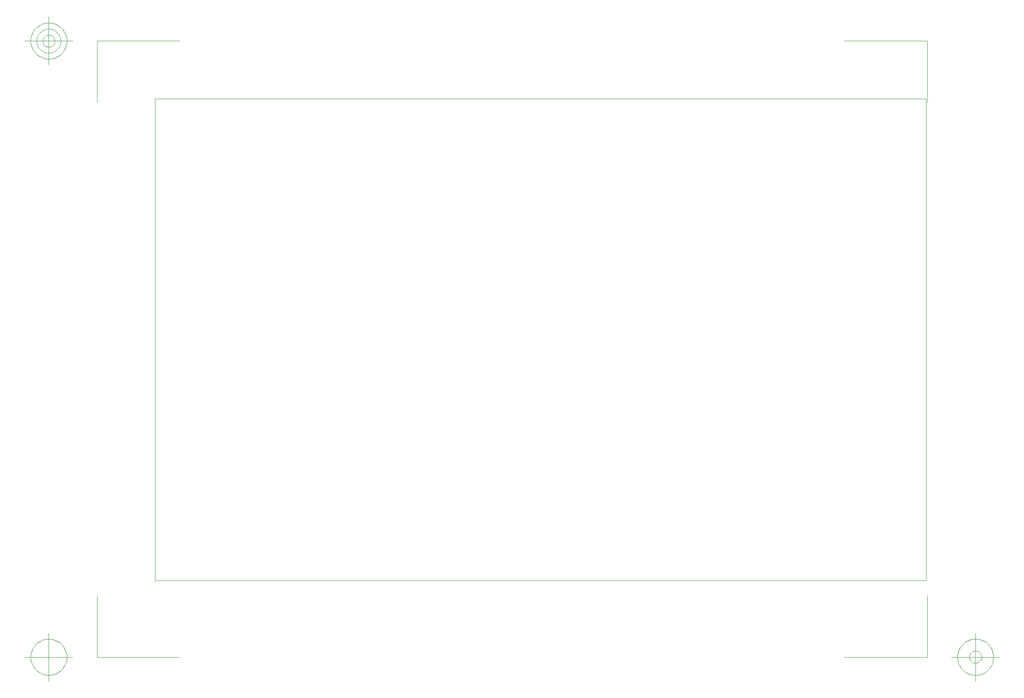
<source format=gbr>
G04 Generated by Ultiboard 10.0 *
%FSLAX25Y25*%
%MOIN*%

%ADD23C,0.00004*%
%ADD22C,0.00394*%


G04 ColorRGB 00FFFF for the following layer *
%LNLeiterplattenumriss*%
%LPD*%
%FSLAX25Y25*%
%MOIN*%
G54D23*
X0Y0D02*
X629921Y0D01*
X629921Y0D02*
X629921Y393701D01*
X629921Y393701D02*
X0Y393701D01*
X0Y393701D02*
X0Y0D01*
G54D22*
X-47512Y-62575D02*
X-47512Y-12232D01*
X-47512Y-62575D02*
X20331Y-62575D01*
X630921Y-62575D02*
X563078Y-62575D01*
X630921Y-62575D02*
X630921Y-12232D01*
X630921Y440850D02*
X630921Y390508D01*
X630921Y440850D02*
X563078Y440850D01*
X-47512Y440850D02*
X20331Y440850D01*
X-47512Y440850D02*
X-47512Y390508D01*
X-67197Y-62575D02*
X-106567Y-62575D01*
X-86882Y-82260D02*
X-86882Y-42890D01*
X-72118Y-62575D02*
X-72189Y-61128D01*
X-72189Y-61128D02*
X-72402Y-59694D01*
X-72402Y-59694D02*
X-72754Y-58289D01*
X-72754Y-58289D02*
X-73242Y-56925D01*
X-73242Y-56925D02*
X-73861Y-55615D01*
X-73861Y-55615D02*
X-74606Y-54372D01*
X-74606Y-54372D02*
X-75469Y-53209D01*
X-75469Y-53209D02*
X-76442Y-52135D01*
X-76442Y-52135D02*
X-77516Y-51162D01*
X-77516Y-51162D02*
X-78680Y-50299D01*
X-78680Y-50299D02*
X-79922Y-49554D01*
X-79922Y-49554D02*
X-81232Y-48935D01*
X-81232Y-48935D02*
X-82596Y-48447D01*
X-82596Y-48447D02*
X-84002Y-48095D01*
X-84002Y-48095D02*
X-85435Y-47882D01*
X-85435Y-47882D02*
X-86882Y-47811D01*
X-86882Y-47811D02*
X-88329Y-47882D01*
X-88329Y-47882D02*
X-89762Y-48095D01*
X-89762Y-48095D02*
X-91168Y-48447D01*
X-91168Y-48447D02*
X-92532Y-48935D01*
X-92532Y-48935D02*
X-93841Y-49554D01*
X-93841Y-49554D02*
X-95084Y-50299D01*
X-95084Y-50299D02*
X-96248Y-51162D01*
X-96248Y-51162D02*
X-97321Y-52135D01*
X-97321Y-52135D02*
X-98294Y-53209D01*
X-98294Y-53209D02*
X-99158Y-54372D01*
X-99158Y-54372D02*
X-99902Y-55615D01*
X-99902Y-55615D02*
X-100522Y-56925D01*
X-100522Y-56925D02*
X-101010Y-58289D01*
X-101010Y-58289D02*
X-101362Y-59694D01*
X-101362Y-59694D02*
X-101575Y-61128D01*
X-101575Y-61128D02*
X-101646Y-62575D01*
X-101646Y-62575D02*
X-101575Y-64022D01*
X-101575Y-64022D02*
X-101362Y-65455D01*
X-101362Y-65455D02*
X-101010Y-66860D01*
X-101010Y-66860D02*
X-100522Y-68225D01*
X-100522Y-68225D02*
X-99902Y-69534D01*
X-99902Y-69534D02*
X-99158Y-70777D01*
X-99158Y-70777D02*
X-98294Y-71941D01*
X-98294Y-71941D02*
X-97321Y-73014D01*
X-97321Y-73014D02*
X-96248Y-73987D01*
X-96248Y-73987D02*
X-95084Y-74850D01*
X-95084Y-74850D02*
X-93841Y-75595D01*
X-93841Y-75595D02*
X-92532Y-76215D01*
X-92532Y-76215D02*
X-91168Y-76703D01*
X-91168Y-76703D02*
X-89762Y-77055D01*
X-89762Y-77055D02*
X-88329Y-77267D01*
X-88329Y-77267D02*
X-86882Y-77338D01*
X-86882Y-77338D02*
X-85435Y-77267D01*
X-85435Y-77267D02*
X-84002Y-77055D01*
X-84002Y-77055D02*
X-82596Y-76703D01*
X-82596Y-76703D02*
X-81232Y-76215D01*
X-81232Y-76215D02*
X-79922Y-75595D01*
X-79922Y-75595D02*
X-78680Y-74850D01*
X-78680Y-74850D02*
X-77516Y-73987D01*
X-77516Y-73987D02*
X-76442Y-73014D01*
X-76442Y-73014D02*
X-75469Y-71941D01*
X-75469Y-71941D02*
X-74606Y-70777D01*
X-74606Y-70777D02*
X-73861Y-69534D01*
X-73861Y-69534D02*
X-73242Y-68225D01*
X-73242Y-68225D02*
X-72754Y-66860D01*
X-72754Y-66860D02*
X-72402Y-65455D01*
X-72402Y-65455D02*
X-72189Y-64022D01*
X-72189Y-64022D02*
X-72118Y-62575D01*
X650606Y-62575D02*
X689976Y-62575D01*
X670291Y-82260D02*
X670291Y-42890D01*
X685055Y-62575D02*
X684984Y-61128D01*
X684984Y-61128D02*
X684771Y-59694D01*
X684771Y-59694D02*
X684419Y-58289D01*
X684419Y-58289D02*
X683931Y-56925D01*
X683931Y-56925D02*
X683312Y-55615D01*
X683312Y-55615D02*
X682567Y-54372D01*
X682567Y-54372D02*
X681704Y-53209D01*
X681704Y-53209D02*
X680731Y-52135D01*
X680731Y-52135D02*
X679657Y-51162D01*
X679657Y-51162D02*
X678494Y-50299D01*
X678494Y-50299D02*
X677251Y-49554D01*
X677251Y-49554D02*
X675941Y-48935D01*
X675941Y-48935D02*
X674577Y-48447D01*
X674577Y-48447D02*
X673172Y-48095D01*
X673172Y-48095D02*
X671738Y-47882D01*
X671738Y-47882D02*
X670291Y-47811D01*
X670291Y-47811D02*
X668844Y-47882D01*
X668844Y-47882D02*
X667411Y-48095D01*
X667411Y-48095D02*
X666006Y-48447D01*
X666006Y-48447D02*
X664641Y-48935D01*
X664641Y-48935D02*
X663332Y-49554D01*
X663332Y-49554D02*
X662089Y-50299D01*
X662089Y-50299D02*
X660925Y-51162D01*
X660925Y-51162D02*
X659852Y-52135D01*
X659852Y-52135D02*
X658879Y-53209D01*
X658879Y-53209D02*
X658016Y-54372D01*
X658016Y-54372D02*
X657271Y-55615D01*
X657271Y-55615D02*
X656651Y-56925D01*
X656651Y-56925D02*
X656163Y-58289D01*
X656163Y-58289D02*
X655811Y-59694D01*
X655811Y-59694D02*
X655599Y-61128D01*
X655599Y-61128D02*
X655528Y-62575D01*
X655528Y-62575D02*
X655599Y-64022D01*
X655599Y-64022D02*
X655811Y-65455D01*
X655811Y-65455D02*
X656163Y-66860D01*
X656163Y-66860D02*
X656651Y-68225D01*
X656651Y-68225D02*
X657271Y-69534D01*
X657271Y-69534D02*
X658016Y-70777D01*
X658016Y-70777D02*
X658879Y-71941D01*
X658879Y-71941D02*
X659852Y-73014D01*
X659852Y-73014D02*
X660925Y-73987D01*
X660925Y-73987D02*
X662089Y-74850D01*
X662089Y-74850D02*
X663332Y-75595D01*
X663332Y-75595D02*
X664641Y-76215D01*
X664641Y-76215D02*
X666006Y-76703D01*
X666006Y-76703D02*
X667411Y-77055D01*
X667411Y-77055D02*
X668844Y-77267D01*
X668844Y-77267D02*
X670291Y-77338D01*
X670291Y-77338D02*
X671738Y-77267D01*
X671738Y-77267D02*
X673172Y-77055D01*
X673172Y-77055D02*
X674577Y-76703D01*
X674577Y-76703D02*
X675941Y-76215D01*
X675941Y-76215D02*
X677251Y-75595D01*
X677251Y-75595D02*
X678494Y-74850D01*
X678494Y-74850D02*
X679657Y-73987D01*
X679657Y-73987D02*
X680731Y-73014D01*
X680731Y-73014D02*
X681704Y-71941D01*
X681704Y-71941D02*
X682567Y-70777D01*
X682567Y-70777D02*
X683312Y-69534D01*
X683312Y-69534D02*
X683931Y-68225D01*
X683931Y-68225D02*
X684419Y-66860D01*
X684419Y-66860D02*
X684771Y-65455D01*
X684771Y-65455D02*
X684984Y-64022D01*
X684984Y-64022D02*
X685055Y-62575D01*
X675213Y-62575D02*
X675189Y-62092D01*
X675189Y-62092D02*
X675118Y-61615D01*
X675118Y-61615D02*
X675001Y-61146D01*
X675001Y-61146D02*
X674838Y-60691D01*
X674838Y-60691D02*
X674632Y-60255D01*
X674632Y-60255D02*
X674383Y-59841D01*
X674383Y-59841D02*
X674096Y-59453D01*
X674096Y-59453D02*
X673771Y-59095D01*
X673771Y-59095D02*
X673413Y-58770D01*
X673413Y-58770D02*
X673025Y-58483D01*
X673025Y-58483D02*
X672611Y-58235D01*
X672611Y-58235D02*
X672175Y-58028D01*
X672175Y-58028D02*
X671720Y-57865D01*
X671720Y-57865D02*
X671251Y-57748D01*
X671251Y-57748D02*
X670774Y-57677D01*
X670774Y-57677D02*
X670291Y-57653D01*
X670291Y-57653D02*
X669809Y-57677D01*
X669809Y-57677D02*
X669331Y-57748D01*
X669331Y-57748D02*
X668863Y-57865D01*
X668863Y-57865D02*
X668408Y-58028D01*
X668408Y-58028D02*
X667971Y-58235D01*
X667971Y-58235D02*
X667557Y-58483D01*
X667557Y-58483D02*
X667169Y-58770D01*
X667169Y-58770D02*
X666811Y-59095D01*
X666811Y-59095D02*
X666487Y-59453D01*
X666487Y-59453D02*
X666199Y-59841D01*
X666199Y-59841D02*
X665951Y-60255D01*
X665951Y-60255D02*
X665745Y-60691D01*
X665745Y-60691D02*
X665582Y-61146D01*
X665582Y-61146D02*
X665465Y-61615D01*
X665465Y-61615D02*
X665394Y-62092D01*
X665394Y-62092D02*
X665370Y-62575D01*
X665370Y-62575D02*
X665394Y-63057D01*
X665394Y-63057D02*
X665465Y-63535D01*
X665465Y-63535D02*
X665582Y-64003D01*
X665582Y-64003D02*
X665745Y-64458D01*
X665745Y-64458D02*
X665951Y-64895D01*
X665951Y-64895D02*
X666199Y-65309D01*
X666199Y-65309D02*
X666487Y-65697D01*
X666487Y-65697D02*
X666811Y-66055D01*
X666811Y-66055D02*
X667169Y-66379D01*
X667169Y-66379D02*
X667557Y-66667D01*
X667557Y-66667D02*
X667971Y-66915D01*
X667971Y-66915D02*
X668408Y-67121D01*
X668408Y-67121D02*
X668863Y-67284D01*
X668863Y-67284D02*
X669331Y-67401D01*
X669331Y-67401D02*
X669809Y-67472D01*
X669809Y-67472D02*
X670291Y-67496D01*
X670291Y-67496D02*
X670774Y-67472D01*
X670774Y-67472D02*
X671251Y-67401D01*
X671251Y-67401D02*
X671720Y-67284D01*
X671720Y-67284D02*
X672175Y-67121D01*
X672175Y-67121D02*
X672611Y-66915D01*
X672611Y-66915D02*
X673025Y-66667D01*
X673025Y-66667D02*
X673413Y-66379D01*
X673413Y-66379D02*
X673771Y-66055D01*
X673771Y-66055D02*
X674096Y-65697D01*
X674096Y-65697D02*
X674383Y-65309D01*
X674383Y-65309D02*
X674632Y-64895D01*
X674632Y-64895D02*
X674838Y-64458D01*
X674838Y-64458D02*
X675001Y-64003D01*
X675001Y-64003D02*
X675118Y-63535D01*
X675118Y-63535D02*
X675189Y-63057D01*
X675189Y-63057D02*
X675213Y-62575D01*
X-67197Y440850D02*
X-106567Y440850D01*
X-86882Y421165D02*
X-86882Y460535D01*
X-72118Y440850D02*
X-72189Y442298D01*
X-72189Y442298D02*
X-72402Y443731D01*
X-72402Y443731D02*
X-72754Y445136D01*
X-72754Y445136D02*
X-73242Y446500D01*
X-73242Y446500D02*
X-73861Y447810D01*
X-73861Y447810D02*
X-74606Y449053D01*
X-74606Y449053D02*
X-75469Y450216D01*
X-75469Y450216D02*
X-76442Y451290D01*
X-76442Y451290D02*
X-77516Y452263D01*
X-77516Y452263D02*
X-78680Y453126D01*
X-78680Y453126D02*
X-79922Y453871D01*
X-79922Y453871D02*
X-81232Y454490D01*
X-81232Y454490D02*
X-82596Y454978D01*
X-82596Y454978D02*
X-84002Y455330D01*
X-84002Y455330D02*
X-85435Y455543D01*
X-85435Y455543D02*
X-86882Y455614D01*
X-86882Y455614D02*
X-88329Y455543D01*
X-88329Y455543D02*
X-89762Y455330D01*
X-89762Y455330D02*
X-91168Y454978D01*
X-91168Y454978D02*
X-92532Y454490D01*
X-92532Y454490D02*
X-93841Y453871D01*
X-93841Y453871D02*
X-95084Y453126D01*
X-95084Y453126D02*
X-96248Y452263D01*
X-96248Y452263D02*
X-97321Y451290D01*
X-97321Y451290D02*
X-98294Y450216D01*
X-98294Y450216D02*
X-99158Y449053D01*
X-99158Y449053D02*
X-99902Y447810D01*
X-99902Y447810D02*
X-100522Y446500D01*
X-100522Y446500D02*
X-101010Y445136D01*
X-101010Y445136D02*
X-101362Y443731D01*
X-101362Y443731D02*
X-101575Y442298D01*
X-101575Y442298D02*
X-101646Y440850D01*
X-101646Y440850D02*
X-101575Y439403D01*
X-101575Y439403D02*
X-101362Y437970D01*
X-101362Y437970D02*
X-101010Y436565D01*
X-101010Y436565D02*
X-100522Y435201D01*
X-100522Y435201D02*
X-99902Y433891D01*
X-99902Y433891D02*
X-99158Y432648D01*
X-99158Y432648D02*
X-98294Y431484D01*
X-98294Y431484D02*
X-97321Y430411D01*
X-97321Y430411D02*
X-96248Y429438D01*
X-96248Y429438D02*
X-95084Y428575D01*
X-95084Y428575D02*
X-93841Y427830D01*
X-93841Y427830D02*
X-92532Y427210D01*
X-92532Y427210D02*
X-91168Y426722D01*
X-91168Y426722D02*
X-89762Y426370D01*
X-89762Y426370D02*
X-88329Y426158D01*
X-88329Y426158D02*
X-86882Y426087D01*
X-86882Y426087D02*
X-85435Y426158D01*
X-85435Y426158D02*
X-84002Y426370D01*
X-84002Y426370D02*
X-82596Y426722D01*
X-82596Y426722D02*
X-81232Y427210D01*
X-81232Y427210D02*
X-79922Y427830D01*
X-79922Y427830D02*
X-78680Y428575D01*
X-78680Y428575D02*
X-77516Y429438D01*
X-77516Y429438D02*
X-76442Y430411D01*
X-76442Y430411D02*
X-75469Y431484D01*
X-75469Y431484D02*
X-74606Y432648D01*
X-74606Y432648D02*
X-73861Y433891D01*
X-73861Y433891D02*
X-73242Y435201D01*
X-73242Y435201D02*
X-72754Y436565D01*
X-72754Y436565D02*
X-72402Y437970D01*
X-72402Y437970D02*
X-72189Y439403D01*
X-72189Y439403D02*
X-72118Y440850D01*
X-77039Y440850D02*
X-77087Y441815D01*
X-77087Y441815D02*
X-77228Y442771D01*
X-77228Y442771D02*
X-77463Y443708D01*
X-77463Y443708D02*
X-77789Y444617D01*
X-77789Y444617D02*
X-78202Y445490D01*
X-78202Y445490D02*
X-78698Y446319D01*
X-78698Y446319D02*
X-79274Y447094D01*
X-79274Y447094D02*
X-79922Y447810D01*
X-79922Y447810D02*
X-80638Y448459D01*
X-80638Y448459D02*
X-81414Y449034D01*
X-81414Y449034D02*
X-82242Y449531D01*
X-82242Y449531D02*
X-83115Y449944D01*
X-83115Y449944D02*
X-84025Y450269D01*
X-84025Y450269D02*
X-84962Y450504D01*
X-84962Y450504D02*
X-85917Y450646D01*
X-85917Y450646D02*
X-86882Y450693D01*
X-86882Y450693D02*
X-87847Y450646D01*
X-87847Y450646D02*
X-88802Y450504D01*
X-88802Y450504D02*
X-89739Y450269D01*
X-89739Y450269D02*
X-90648Y449944D01*
X-90648Y449944D02*
X-91522Y449531D01*
X-91522Y449531D02*
X-92350Y449034D01*
X-92350Y449034D02*
X-93126Y448459D01*
X-93126Y448459D02*
X-93842Y447810D01*
X-93842Y447810D02*
X-94490Y447094D01*
X-94490Y447094D02*
X-95066Y446319D01*
X-95066Y446319D02*
X-95562Y445490D01*
X-95562Y445490D02*
X-95975Y444617D01*
X-95975Y444617D02*
X-96301Y443708D01*
X-96301Y443708D02*
X-96535Y442771D01*
X-96535Y442771D02*
X-96677Y441815D01*
X-96677Y441815D02*
X-96724Y440850D01*
X-96724Y440850D02*
X-96677Y439886D01*
X-96677Y439886D02*
X-96535Y438930D01*
X-96535Y438930D02*
X-96301Y437993D01*
X-96301Y437993D02*
X-95975Y437084D01*
X-95975Y437084D02*
X-95562Y436211D01*
X-95562Y436211D02*
X-95066Y435382D01*
X-95066Y435382D02*
X-94490Y434606D01*
X-94490Y434606D02*
X-93842Y433891D01*
X-93842Y433891D02*
X-93126Y433242D01*
X-93126Y433242D02*
X-92350Y432667D01*
X-92350Y432667D02*
X-91522Y432170D01*
X-91522Y432170D02*
X-90648Y431757D01*
X-90648Y431757D02*
X-89739Y431432D01*
X-89739Y431432D02*
X-88802Y431197D01*
X-88802Y431197D02*
X-87847Y431055D01*
X-87847Y431055D02*
X-86882Y431008D01*
X-86882Y431008D02*
X-85917Y431055D01*
X-85917Y431055D02*
X-84962Y431197D01*
X-84962Y431197D02*
X-84025Y431432D01*
X-84025Y431432D02*
X-83115Y431757D01*
X-83115Y431757D02*
X-82242Y432170D01*
X-82242Y432170D02*
X-81414Y432667D01*
X-81414Y432667D02*
X-80638Y433242D01*
X-80638Y433242D02*
X-79922Y433891D01*
X-79922Y433891D02*
X-79274Y434606D01*
X-79274Y434606D02*
X-78698Y435382D01*
X-78698Y435382D02*
X-78202Y436211D01*
X-78202Y436211D02*
X-77789Y437084D01*
X-77789Y437084D02*
X-77463Y437993D01*
X-77463Y437993D02*
X-77228Y438930D01*
X-77228Y438930D02*
X-77087Y439886D01*
X-77087Y439886D02*
X-77039Y440850D01*
X-81961Y440850D02*
X-81984Y441333D01*
X-81984Y441333D02*
X-82055Y441810D01*
X-82055Y441810D02*
X-82173Y442279D01*
X-82173Y442279D02*
X-82335Y442734D01*
X-82335Y442734D02*
X-82542Y443170D01*
X-82542Y443170D02*
X-82790Y443585D01*
X-82790Y443585D02*
X-83078Y443972D01*
X-83078Y443972D02*
X-83402Y444330D01*
X-83402Y444330D02*
X-83760Y444655D01*
X-83760Y444655D02*
X-84148Y444942D01*
X-84148Y444942D02*
X-84562Y445191D01*
X-84562Y445191D02*
X-84999Y445397D01*
X-84999Y445397D02*
X-85453Y445560D01*
X-85453Y445560D02*
X-85922Y445677D01*
X-85922Y445677D02*
X-86400Y445748D01*
X-86400Y445748D02*
X-86882Y445772D01*
X-86882Y445772D02*
X-87364Y445748D01*
X-87364Y445748D02*
X-87842Y445677D01*
X-87842Y445677D02*
X-88310Y445560D01*
X-88310Y445560D02*
X-88765Y445397D01*
X-88765Y445397D02*
X-89202Y445191D01*
X-89202Y445191D02*
X-89616Y444942D01*
X-89616Y444942D02*
X-90004Y444655D01*
X-90004Y444655D02*
X-90362Y444330D01*
X-90362Y444330D02*
X-90686Y443972D01*
X-90686Y443972D02*
X-90974Y443585D01*
X-90974Y443585D02*
X-91222Y443170D01*
X-91222Y443170D02*
X-91429Y442734D01*
X-91429Y442734D02*
X-91591Y442279D01*
X-91591Y442279D02*
X-91709Y441810D01*
X-91709Y441810D02*
X-91779Y441333D01*
X-91779Y441333D02*
X-91803Y440850D01*
X-91803Y440850D02*
X-91779Y440368D01*
X-91779Y440368D02*
X-91709Y439890D01*
X-91709Y439890D02*
X-91591Y439422D01*
X-91591Y439422D02*
X-91429Y438967D01*
X-91429Y438967D02*
X-91222Y438531D01*
X-91222Y438531D02*
X-90974Y438116D01*
X-90974Y438116D02*
X-90686Y437728D01*
X-90686Y437728D02*
X-90362Y437371D01*
X-90362Y437371D02*
X-90004Y437046D01*
X-90004Y437046D02*
X-89616Y436759D01*
X-89616Y436759D02*
X-89202Y436510D01*
X-89202Y436510D02*
X-88765Y436304D01*
X-88765Y436304D02*
X-88310Y436141D01*
X-88310Y436141D02*
X-87842Y436024D01*
X-87842Y436024D02*
X-87364Y435953D01*
X-87364Y435953D02*
X-86882Y435929D01*
X-86882Y435929D02*
X-86400Y435953D01*
X-86400Y435953D02*
X-85922Y436024D01*
X-85922Y436024D02*
X-85453Y436141D01*
X-85453Y436141D02*
X-84999Y436304D01*
X-84999Y436304D02*
X-84562Y436510D01*
X-84562Y436510D02*
X-84148Y436759D01*
X-84148Y436759D02*
X-83760Y437046D01*
X-83760Y437046D02*
X-83402Y437371D01*
X-83402Y437371D02*
X-83078Y437728D01*
X-83078Y437728D02*
X-82790Y438116D01*
X-82790Y438116D02*
X-82542Y438531D01*
X-82542Y438531D02*
X-82335Y438967D01*
X-82335Y438967D02*
X-82173Y439422D01*
X-82173Y439422D02*
X-82055Y439890D01*
X-82055Y439890D02*
X-81984Y440368D01*
X-81984Y440368D02*
X-81961Y440850D01*

M00*

</source>
